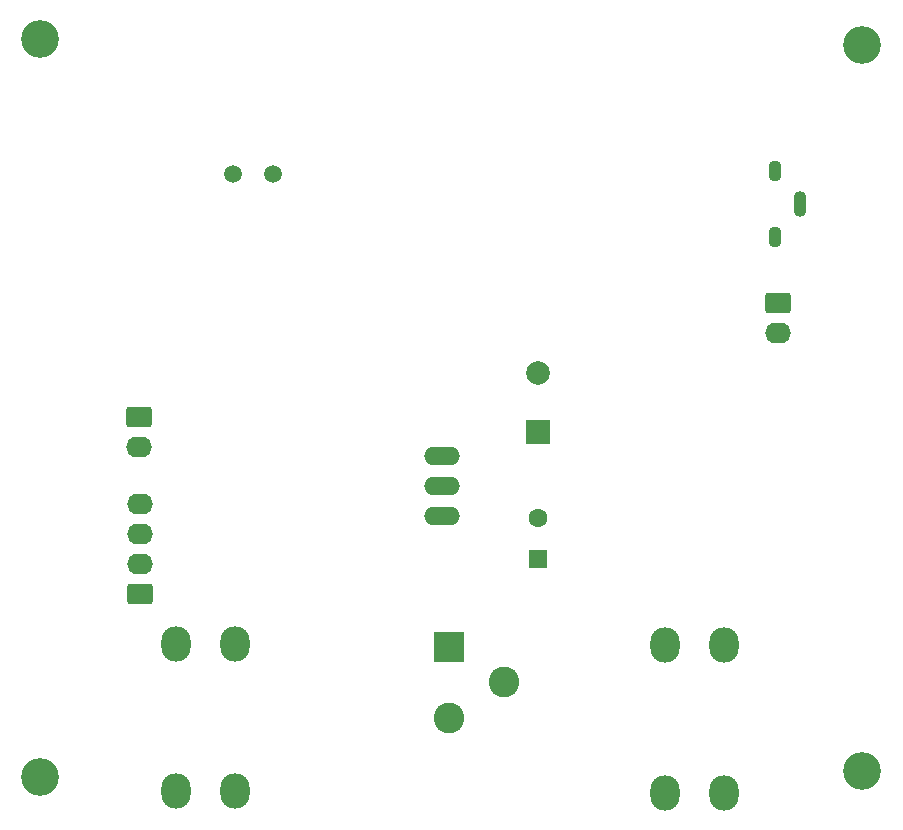
<source format=gbs>
G04 #@! TF.GenerationSoftware,KiCad,Pcbnew,(6.0.10-0)*
G04 #@! TF.CreationDate,2023-03-08T15:24:42-06:00*
G04 #@! TF.ProjectId,v0.0,76302e30-2e6b-4696-9361-645f70636258,rev?*
G04 #@! TF.SameCoordinates,Original*
G04 #@! TF.FileFunction,Soldermask,Bot*
G04 #@! TF.FilePolarity,Negative*
%FSLAX46Y46*%
G04 Gerber Fmt 4.6, Leading zero omitted, Abs format (unit mm)*
G04 Created by KiCad (PCBNEW (6.0.10-0)) date 2023-03-08 15:24:42*
%MOMM*%
%LPD*%
G01*
G04 APERTURE LIST*
G04 Aperture macros list*
%AMRoundRect*
0 Rectangle with rounded corners*
0 $1 Rounding radius*
0 $2 $3 $4 $5 $6 $7 $8 $9 X,Y pos of 4 corners*
0 Add a 4 corners polygon primitive as box body*
4,1,4,$2,$3,$4,$5,$6,$7,$8,$9,$2,$3,0*
0 Add four circle primitives for the rounded corners*
1,1,$1+$1,$2,$3*
1,1,$1+$1,$4,$5*
1,1,$1+$1,$6,$7*
1,1,$1+$1,$8,$9*
0 Add four rect primitives between the rounded corners*
20,1,$1+$1,$2,$3,$4,$5,0*
20,1,$1+$1,$4,$5,$6,$7,0*
20,1,$1+$1,$6,$7,$8,$9,0*
20,1,$1+$1,$8,$9,$2,$3,0*%
G04 Aperture macros list end*
%ADD10RoundRect,0.250000X0.845000X-0.620000X0.845000X0.620000X-0.845000X0.620000X-0.845000X-0.620000X0*%
%ADD11O,2.190000X1.740000*%
%ADD12O,2.500000X3.000000*%
%ADD13R,2.000000X2.000000*%
%ADD14C,2.000000*%
%ADD15C,3.200000*%
%ADD16RoundRect,0.250000X-0.845000X0.620000X-0.845000X-0.620000X0.845000X-0.620000X0.845000X0.620000X0*%
%ADD17C,2.600000*%
%ADD18R,2.600000X2.600000*%
%ADD19O,3.048000X1.524000*%
%ADD20R,1.600000X1.600000*%
%ADD21C,1.600000*%
%ADD22O,1.100000X1.800000*%
%ADD23O,1.100000X2.200000*%
%ADD24C,1.500000*%
G04 APERTURE END LIST*
D10*
X118892000Y-101092000D03*
D11*
X118892000Y-98552000D03*
X118892000Y-96012000D03*
X118892000Y-93472000D03*
D12*
X121960000Y-117810000D03*
X121960000Y-105310000D03*
X126960000Y-117810000D03*
X126960000Y-105310000D03*
D13*
X152654000Y-87376000D03*
D14*
X152654000Y-82376000D03*
D15*
X180086000Y-54610000D03*
D12*
X168402000Y-117910000D03*
X168402000Y-105410000D03*
X163402000Y-117910000D03*
X163402000Y-105410000D03*
D16*
X172954000Y-76454000D03*
D11*
X172954000Y-78994000D03*
D17*
X149746000Y-108560000D03*
X145046000Y-111560000D03*
D18*
X145046000Y-105560000D03*
D19*
X144526000Y-91948000D03*
X144526000Y-94488000D03*
X144526000Y-89408000D03*
D15*
X180086000Y-116078000D03*
X110490000Y-116586000D03*
D20*
X152654000Y-98172651D03*
D21*
X152654000Y-94672651D03*
D11*
X118852000Y-88646000D03*
D16*
X118852000Y-86106000D03*
D15*
X110490000Y-54102000D03*
D22*
X172661000Y-70872000D03*
X172661000Y-65272000D03*
D23*
X174811000Y-68072000D03*
D24*
X126824000Y-65532000D03*
X130224000Y-65532000D03*
M02*

</source>
